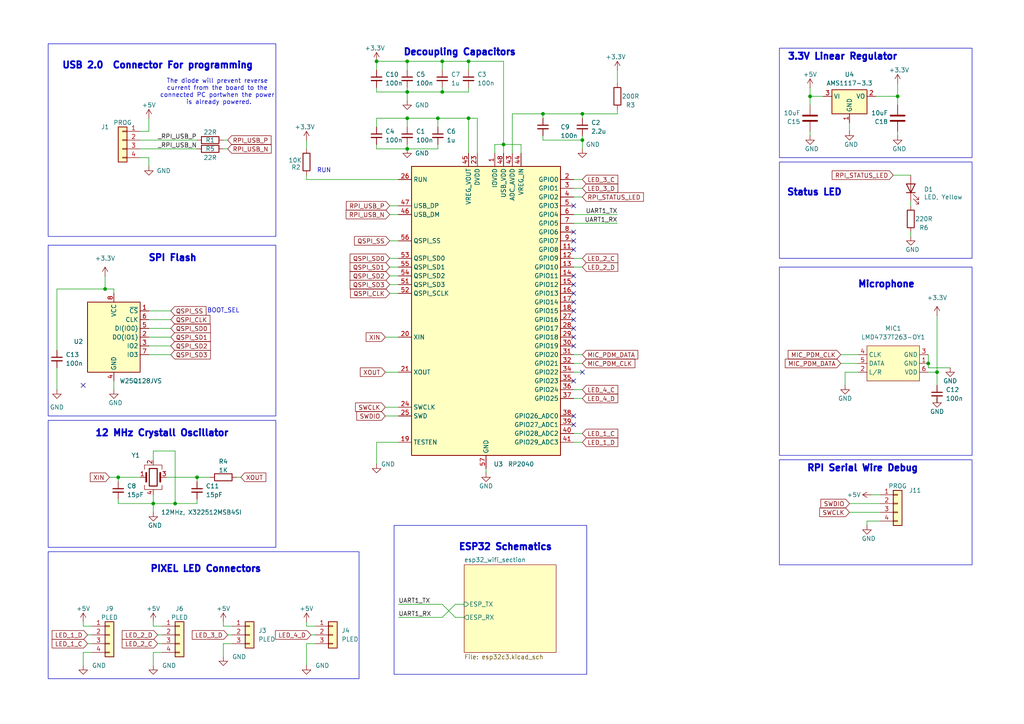
<source format=kicad_sch>
(kicad_sch (version 20231120) (generator "eeschema") (generator_version "8.0")
  (paper "A4")
  (title_block (title "Pixel LED Controller ESP32+RP2040") (date "2024-09-10") (rev "2"))
  (lib_symbols
    (symbol "Connector_Generic:Conn_01x03" (pin_names (offset 1.016) hide)
      (property "Reference" "J" (at 0 5.08 0))
      (property "Value" "Conn_01x03" (at 0 -5.08 0))
      (symbol "Conn_01x03_1_1"
        (pin passive line (at -5.08 2.54 0) (length 3.81) (name "Pin_1") (number "1"))
        (pin passive line (at -5.08 0 0) (length 3.81) (name "Pin_2") (number "2"))
        (pin passive line (at -5.08 -2.54 0) (length 3.81) (name "Pin_3") (number "3"))
      )
    )
    (symbol "Connector_Generic:Conn_01x04" (pin_names (offset 1.016) hide)
      (property "Reference" "J" (at 0 5.08 0))
      (property "Value" "Conn_01x04" (at 0 -7.62 0))
      (symbol "Conn_01x04_1_1"
        (pin passive line (at -5.08 2.54 0) (length 3.81) (name "Pin_1") (number "1"))
        (pin passive line (at -5.08 0 0) (length 3.81) (name "Pin_2") (number "2"))
        (pin passive line (at -5.08 -2.54 0) (length 3.81) (name "Pin_3") (number "3"))
        (pin passive line (at -5.08 -5.08 0) (length 3.81) (name "Pin_4") (number "4"))
      )
    )
    (symbol "Device:C" (pin_numbers hide) (pin_names (offset 0.254))
      (property "Reference" "C" (at 0.635 2.54 0))
      (property "Value" "C" (at 0.635 -2.54 0))
      (symbol "C_1_1"
        (pin passive line (at 0 3.81 270) (length 2.794) (name "~") (number "1"))
        (pin passive line (at 0 -3.81 90) (length 2.794) (name "~") (number "2"))
      )
    )
    (symbol "Device:C_Small" (pin_numbers hide) (pin_names (offset 0.254) hide)
      (property "Reference" "C" (at 0.254 1.778 0))
      (property "Value" "C_Small" (at 0.254 -2.032 0))
      (symbol "C_Small_1_1"
        (pin passive line (at 0 2.54 270) (length 2.032) (name "~") (number "1"))
        (pin passive line (at 0 -2.54 90) (length 2.032) (name "~") (number "2"))
      )
    )
    (symbol "Device:Crystal_GND24" (pin_names (offset 1.016) hide)
      (property "Reference" "Y" (at 3.175 5.08 0))
      (property "Value" "Crystal_GND24" (at 3.175 3.175 0))
      (symbol "Crystal_GND24_1_1"
        (pin passive line (at -3.81 0 0) (length 1.27) (name "1") (number "1"))
        (pin passive line (at 0 5.08 270) (length 1.27) (name "2") (number "2"))
        (pin passive line (at 3.81 0 180) (length 1.27) (name "3") (number "3"))
        (pin passive line (at 0 -5.08 90) (length 1.27) (name "4") (number "4"))
      )
    )
    (symbol "Device:LED" (pin_numbers hide) (pin_names (offset 1.016) hide)
      (property "Reference" "D" (at 0 2.54 0))
      (property "Value" "LED" (at 0 -2.54 0))
      (symbol "LED_1_1"
        (pin passive line (at -3.81 0 0) (length 2.54) (name "K") (number "1"))
        (pin passive line (at 3.81 0 180) (length 2.54) (name "A") (number "2"))
      )
    )
    (symbol "Device:R" (pin_numbers hide) (pin_names (offset 0))
      (property "Reference" "R" (at 2.032 0 90))
      (property "Value" "R" (at 0 0 90))
      (symbol "R_1_1"
        (pin passive line (at 0 3.81 270) (length 1.27) (name "~") (number "1"))
        (pin passive line (at 0 -3.81 90) (length 1.27) (name "~") (number "2"))
      )
    )
    (symbol "MCU_RaspberryPi:RP2040"
      (property "Reference" "U" (at 17.78 45.72 0))
      (property "Value" "RP2040" (at 17.78 43.18 0))
      (symbol "RP2040_1_1"
        (pin power_in line (at 2.54 45.72 270) (length 3.81) (name "IOVDD") (number "1"))
        (pin passive line (at 2.54 45.72 270) (length 3.81) hide (name "IOVDD") (number "10"))
        (pin bidirectional line (at 25.4 17.78 180) (length 3.81) (name "GPIO8") (number "11"))
        (pin bidirectional line (at 25.4 15.24 180) (length 3.81) (name "GPIO9") (number "12"))
        (pin bidirectional line (at 25.4 12.7 180) (length 3.81) (name "GPIO10") (number "13"))
        (pin bidirectional line (at 25.4 10.16 180) (length 3.81) (name "GPIO11") (number "14"))
        (pin bidirectional line (at 25.4 7.62 180) (length 3.81) (name "GPIO12") (number "15"))
        (pin bidirectional line (at 25.4 5.08 180) (length 3.81) (name "GPIO13") (number "16"))
        (pin bidirectional line (at 25.4 2.54 180) (length 3.81) (name "GPIO14") (number "17"))
        (pin bidirectional line (at 25.4 0 180) (length 3.81) (name "GPIO15") (number "18"))
        (pin input line (at -25.4 -38.1 0) (length 3.81) (name "TESTEN") (number "19"))
        (pin bidirectional line (at 25.4 38.1 180) (length 3.81) (name "GPIO0") (number "2"))
        (pin input line (at -25.4 -7.62 0) (length 3.81) (name "XIN") (number "20"))
        (pin passive line (at -25.4 -17.78 0) (length 3.81) (name "XOUT") (number "21"))
        (pin passive line (at 2.54 45.72 270) (length 3.81) hide (name "IOVDD") (number "22"))
        (pin power_in line (at -2.54 45.72 270) (length 3.81) (name "DVDD") (number "23"))
        (pin input line (at -25.4 -27.94 0) (length 3.81) (name "SWCLK") (number "24"))
        (pin bidirectional line (at -25.4 -30.48 0) (length 3.81) (name "SWD") (number "25"))
        (pin input line (at -25.4 38.1 0) (length 3.81) (name "RUN") (number "26"))
        (pin bidirectional line (at 25.4 -2.54 180) (length 3.81) (name "GPIO16") (number "27"))
        (pin bidirectional line (at 25.4 -5.08 180) (length 3.81) (name "GPIO17") (number "28"))
        (pin bidirectional line (at 25.4 -7.62 180) (length 3.81) (name "GPIO18") (number "29"))
        (pin bidirectional line (at 25.4 35.56 180) (length 3.81) (name "GPIO1") (number "3"))
        (pin bidirectional line (at 25.4 -10.16 180) (length 3.81) (name "GPIO19") (number "30"))
        (pin bidirectional line (at 25.4 -12.7 180) (length 3.81) (name "GPIO20") (number "31"))
        (pin bidirectional line (at 25.4 -15.24 180) (length 3.81) (name "GPIO21") (number "32"))
        (pin passive line (at 2.54 45.72 270) (length 3.81) hide (name "IOVDD") (number "33"))
        (pin bidirectional line (at 25.4 -17.78 180) (length 3.81) (name "GPIO22") (number "34"))
        (pin bidirectional line (at 25.4 -20.32 180) (length 3.81) (name "GPIO23") (number "35"))
        (pin bidirectional line (at 25.4 -22.86 180) (length 3.81) (name "GPIO24") (number "36"))
        (pin bidirectional line (at 25.4 -25.4 180) (length 3.81) (name "GPIO25") (number "37"))
        (pin bidirectional line (at 25.4 -30.48 180) (length 3.81) (name "GPIO26_ADC0") (number "38"))
        (pin bidirectional line (at 25.4 -33.02 180) (length 3.81) (name "GPIO27_ADC1") (number "39"))
        (pin bidirectional line (at 25.4 33.02 180) (length 3.81) (name "GPIO2") (number "4"))
        (pin bidirectional line (at 25.4 -35.56 180) (length 3.81) (name "GPIO28_ADC2") (number "40"))
        (pin bidirectional line (at 25.4 -38.1 180) (length 3.81) (name "GPIO29_ADC3") (number "41"))
        (pin passive line (at 2.54 45.72 270) (length 3.81) hide (name "IOVDD") (number "42"))
        (pin power_in line (at 7.62 45.72 270) (length 3.81) (name "ADC_AVDD") (number "43"))
        (pin power_in line (at 10.16 45.72 270) (length 3.81) (name "VREG_IN") (number "44"))
        (pin power_out line (at -5.08 45.72 270) (length 3.81) (name "VREG_VOUT") (number "45"))
        (pin bidirectional line (at -25.4 27.94 0) (length 3.81) (name "USB_DM") (number "46"))
        (pin bidirectional line (at -25.4 30.48 0) (length 3.81) (name "USB_DP") (number "47"))
        (pin power_in line (at 5.08 45.72 270) (length 3.81) (name "USB_VDD") (number "48"))
        (pin passive line (at 2.54 45.72 270) (length 3.81) hide (name "IOVDD") (number "49"))
        (pin bidirectional line (at 25.4 30.48 180) (length 3.81) (name "GPIO3") (number "5"))
        (pin passive line (at -2.54 45.72 270) (length 3.81) hide (name "DVDD") (number "50"))
        (pin bidirectional line (at -25.4 7.62 0) (length 3.81) (name "QSPI_SD3") (number "51"))
        (pin output line (at -25.4 5.08 0) (length 3.81) (name "QSPI_SCLK") (number "52"))
        (pin bidirectional line (at -25.4 15.24 0) (length 3.81) (name "QSPI_SD0") (number "53"))
        (pin bidirectional line (at -25.4 10.16 0) (length 3.81) (name "QSPI_SD2") (number "54"))
        (pin bidirectional line (at -25.4 12.7 0) (length 3.81) (name "QSPI_SD1") (number "55"))
        (pin bidirectional line (at -25.4 20.32 0) (length 3.81) (name "QSPI_SS") (number "56"))
        (pin power_in line (at 0 -45.72 90) (length 3.81) (name "GND") (number "57"))
        (pin bidirectional line (at 25.4 27.94 180) (length 3.81) (name "GPIO4") (number "6"))
        (pin bidirectional line (at 25.4 25.4 180) (length 3.81) (name "GPIO5") (number "7"))
        (pin bidirectional line (at 25.4 22.86 180) (length 3.81) (name "GPIO6") (number "8"))
        (pin bidirectional line (at 25.4 20.32 180) (length 3.81) (name "GPIO7") (number "9"))
      )
    )
    (symbol "Memory_Flash:W25Q128JVS"
      (property "Reference" "U" (at -8.89 8.89 0))
      (property "Value" "W25Q128JVS" (at 7.62 8.89 0))
      (symbol "W25Q128JVS_1_1"
        (pin input line (at -10.16 7.62 0) (length 2.54) (name "~{CS}") (number "1"))
        (pin bidirectional line (at -10.16 0 0) (length 2.54) (name "DO(IO1)") (number "2"))
        (pin bidirectional line (at -10.16 -2.54 0) (length 2.54) (name "IO2") (number "3"))
        (pin power_in line (at 0 -12.7 90) (length 2.54) (name "GND") (number "4"))
        (pin bidirectional line (at -10.16 2.54 0) (length 2.54) (name "DI(IO0)") (number "5"))
        (pin input line (at -10.16 5.08 0) (length 2.54) (name "CLK") (number "6"))
        (pin bidirectional line (at -10.16 -5.08 0) (length 2.54) (name "IO3") (number "7"))
        (pin power_in line (at 0 12.7 270) (length 2.54) (name "VCC") (number "8"))
      )
    )
    (symbol "Regulator_Linear:AMS1117-3.3"
      (property "Reference" "U" (at -3.81 3.175 0))
      (property "Value" "AMS1117-3.3" (at 0 3.175 0))
      (symbol "AMS1117-3.3_1_1"
        (pin power_in line (at 0 -7.62 90) (length 2.54) (name "GND") (number "1"))
        (pin power_out line (at 7.62 0 180) (length 2.54) (name "VO") (number "2"))
        (pin power_in line (at -7.62 0 0) (length 2.54) (name "VI") (number "3"))
      )
    )
    (symbol "easyeda2kicad:LMD4737T263-OY1"
      (property "Reference" "MIC" (at 0 7.62 0))
      (property "Value" "LMD4737T263-OY1" (at 0 -7.62 0))
      (symbol "LMD4737T263-OY1_0_1"
        (pin unspecified line (at -10.16 0 0) (length 2.54) (name "GND") (number "1"))
        (pin unspecified line (at 10.16 2.54 180) (length 2.54) (name "L/R") (number "2"))
        (pin unspecified line (at -10.16 -2.54 0) (length 2.54) (name "GND") (number "3"))
        (pin unspecified line (at 10.16 -2.54 180) (length 2.54) (name "CLK") (number "4"))
        (pin unspecified line (at 10.16 0 180) (length 2.54) (name "DATA") (number "5"))
        (pin unspecified line (at -10.16 2.54 0) (length 2.54) (name "VDD") (number "6"))
      )
    )
    (symbol "power:+3.3V" (power) (pin_numbers hide) (pin_names (offset 0) hide)
      (property "Value" "+3.3V" (at 0 3.556 0))
      (symbol "+3.3V_1_1"
        (pin power_in line (at 0 0 90) (length 0) (name "~") (number "1"))
      )
    )
    (symbol "power:+5V" (power) (pin_numbers hide) (pin_names (offset 0) hide)
      (property "Value" "+5V" (at 0 3.556 0))
      (symbol "+5V_1_1"
        (pin power_in line (at 0 0 90) (length 0) (name "~") (number "1"))
      )
    )
    (symbol "power:GND" (power) (pin_numbers hide) (pin_names (offset 0) hide)
      (property "Value" "GND" (at 0 -3.81 0))
      (symbol "GND_1_1"
        (pin power_in line (at 0 0 270) (length 0) (name "~") (number "1"))
      )
    )
  )
  (junction (at 118.11 26.67))
  (junction (at 118.11 34.29))
  (junction (at 128.27 26.67))
  (junction (at 118.11 17.78))
  (junction (at 271.78 107.95))
  (junction (at 50.8 146.05))
  (junction (at 146.05 41.91))
  (junction (at 109.22 17.78))
  (junction (at 127 34.29))
  (junction (at 135.89 17.78))
  (junction (at 44.45 146.05))
  (junction (at 168.91 40.64))
  (junction (at 234.95 27.94))
  (junction (at 118.11 43.18))
  (junction (at 30.48 83.82))
  (junction (at 168.91 33.02))
  (junction (at 157.48 33.02))
  (junction (at 57.15 138.43))
  (junction (at 269.24 105.41))
  (junction (at 34.29 138.43))
  (junction (at 135.89 34.29))
  (junction (at 260.35 27.94))
  (junction (at 128.27 17.78))
  (no_connect (at 166.37 100.33))
  (no_connect (at 166.37 85.09))
  (no_connect (at 166.37 59.69))
  (no_connect (at 24.13 111.76))
  (no_connect (at 166.37 110.49))
  (no_connect (at 166.37 82.55))
  (no_connect (at 166.37 90.17))
  (no_connect (at 166.37 95.25))
  (no_connect (at 168.91 107.95))
  (no_connect (at 166.37 123.19))
  (no_connect (at 166.37 80.01))
  (no_connect (at 166.37 120.65))
  (no_connect (at 166.37 72.39))
  (no_connect (at 166.37 92.71))
  (no_connect (at 166.37 87.63))
  (no_connect (at 166.37 97.79))
  (no_connect (at 166.37 69.85))
  (no_connect (at 166.37 67.31))
  (wire (pts (xy 118.11 34.29) (xy 118.11 36.83)))
  (wire (pts (xy 271.78 107.95) (xy 271.78 111.76)))
  (wire (pts (xy 44.45 133.35) (xy 44.45 130.81)))
  (wire (pts (xy 166.37 74.93) (xy 168.91 74.93)))
  (wire (pts (xy 168.91 107.95) (xy 166.37 107.95)))
  (wire (pts (xy 111.76 118.11) (xy 115.57 118.11)))
  (wire (pts (xy 179.07 20.32) (xy 179.07 24.13)))
  (wire (pts (xy 140.97 137.16) (xy 140.97 135.89)))
  (wire (pts (xy 109.22 34.29) (xy 118.11 34.29)))
  (wire (pts (xy 115.57 175.26) (xy 128.27 175.26)))
  (wire (pts (xy 34.29 139.7) (xy 34.29 138.43)))
  (wire (pts (xy 243.84 105.41) (xy 248.92 105.41)))
  (wire (pts (xy 90.17 184.15) (xy 91.44 184.15)))
  (wire (pts (xy 166.37 115.57) (xy 168.91 115.57)))
  (wire (pts (xy 260.35 27.94) (xy 260.35 30.48)))
  (wire (pts (xy 44.45 143.51) (xy 44.45 146.05)))
  (wire (pts (xy 118.11 26.67) (xy 118.11 29.21)))
  (wire (pts (xy 146.05 41.91) (xy 151.13 41.91)))
  (wire (pts (xy 234.95 25.4) (xy 234.95 27.94)))
  (wire (pts (xy 132.08 179.07) (xy 134.62 179.07)))
  (wire (pts (xy 118.11 25.4) (xy 118.11 26.67)))
  (wire (pts (xy 64.77 186.69) (xy 64.77 190.5)))
  (wire (pts (xy 166.37 64.77) (xy 179.07 64.77)))
  (wire (pts (xy 109.22 17.78) (xy 118.11 17.78)))
  (wire (pts (xy 135.89 17.78) (xy 146.05 17.78)))
  (wire (pts (xy 64.77 181.61) (xy 67.31 181.61)))
  (wire (pts (xy 168.91 39.37) (xy 168.91 40.64)))
  (wire (pts (xy 128.27 17.78) (xy 135.89 17.78)))
  (wire (pts (xy 127 43.18) (xy 127 41.91)))
  (wire (pts (xy 245.11 111.76) (xy 245.11 107.95)))
  (wire (pts (xy 57.15 138.43) (xy 60.96 138.43)))
  (wire (pts (xy 168.91 33.02) (xy 179.07 33.02)))
  (wire (pts (xy 43.18 102.87) (xy 49.53 102.87)))
  (wire (pts (xy 127 34.29) (xy 127 36.83)))
  (wire (pts (xy 109.22 134.62) (xy 109.22 128.27)))
  (wire (pts (xy 64.77 40.64) (xy 66.04 40.64)))
  (wire (pts (xy 111.76 107.95) (xy 115.57 107.95)))
  (wire (pts (xy 128.27 175.26) (xy 132.08 179.07)))
  (wire (pts (xy 246.38 148.59) (xy 255.27 148.59)))
  (wire (pts (xy 44.45 189.23) (xy 44.45 193.04)))
  (wire (pts (xy 135.89 34.29) (xy 135.89 44.45)))
  (wire (pts (xy 88.9 181.61) (xy 91.44 181.61)))
  (wire (pts (xy 146.05 41.91) (xy 146.05 44.45)))
  (wire (pts (xy 143.51 41.91) (xy 143.51 44.45)))
  (wire (pts (xy 166.37 77.47) (xy 168.91 77.47)))
  (wire (pts (xy 33.02 110.49) (xy 33.02 113.03)))
  (wire (pts (xy 34.29 146.05) (xy 44.45 146.05)))
  (wire (pts (xy 43.18 90.17) (xy 49.53 90.17)))
  (wire (pts (xy 88.9 50.8) (xy 88.9 52.07)))
  (wire (pts (xy 113.03 82.55) (xy 115.57 82.55)))
  (wire (pts (xy 44.45 181.61) (xy 46.99 181.61)))
  (wire (pts (xy 118.11 26.67) (xy 128.27 26.67)))
  (wire (pts (xy 113.03 59.69) (xy 115.57 59.69)))
  (wire (pts (xy 64.77 180.34) (xy 64.77 181.61)))
  (wire (pts (xy 68.58 138.43) (xy 69.85 138.43)))
  (wire (pts (xy 43.18 48.26) (xy 43.18 45.72)))
  (wire (pts (xy 264.16 58.42) (xy 264.16 59.69)))
  (wire (pts (xy 118.11 43.18) (xy 127 43.18)))
  (wire (pts (xy 88.9 186.69) (xy 88.9 193.04)))
  (wire (pts (xy 43.18 34.29) (xy 43.18 38.1)))
  (wire (pts (xy 260.35 24.13) (xy 260.35 27.94)))
  (wire (pts (xy 179.07 31.75) (xy 179.07 33.02)))
  (wire (pts (xy 113.03 80.01) (xy 115.57 80.01)))
  (wire (pts (xy 132.08 175.26) (xy 134.62 175.26)))
  (wire (pts (xy 34.29 138.43) (xy 40.64 138.43)))
  (wire (pts (xy 88.9 180.34) (xy 88.9 181.61)))
  (wire (pts (xy 33.02 83.82) (xy 30.48 83.82)))
  (wire (pts (xy 254 27.94) (xy 260.35 27.94)))
  (wire (pts (xy 66.04 184.15) (xy 67.31 184.15)))
  (wire (pts (xy 115.57 179.07) (xy 128.27 179.07)))
  (wire (pts (xy 43.18 97.79) (xy 49.53 97.79)))
  (wire (pts (xy 148.59 33.02) (xy 157.48 33.02)))
  (wire (pts (xy 24.13 180.34) (xy 24.13 181.61)))
  (wire (pts (xy 16.51 83.82) (xy 30.48 83.82)))
  (wire (pts (xy 135.89 26.67) (xy 128.27 26.67)))
  (wire (pts (xy 166.37 102.87) (xy 168.91 102.87)))
  (wire (pts (xy 57.15 138.43) (xy 48.26 138.43)))
  (wire (pts (xy 64.77 43.18) (xy 66.04 43.18)))
  (wire (pts (xy 166.37 113.03) (xy 168.91 113.03)))
  (wire (pts (xy 168.91 40.64) (xy 168.91 43.18)))
  (wire (pts (xy 113.03 77.47) (xy 115.57 77.47)))
  (wire (pts (xy 269.24 107.95) (xy 271.78 107.95)))
  (wire (pts (xy 45.72 184.15) (xy 46.99 184.15)))
  (wire (pts (xy 111.76 120.65) (xy 115.57 120.65)))
  (wire (pts (xy 25.4 184.15) (xy 26.67 184.15)))
  (wire (pts (xy 40.64 43.18) (xy 57.15 43.18)))
  (wire (pts (xy 111.76 97.79) (xy 115.57 97.79)))
  (wire (pts (xy 166.37 125.73) (xy 168.91 125.73)))
  (wire (pts (xy 34.29 144.78) (xy 34.29 146.05)))
  (wire (pts (xy 25.4 186.69) (xy 26.67 186.69)))
  (wire (pts (xy 40.64 40.64) (xy 57.15 40.64)))
  (wire (pts (xy 44.45 146.05) (xy 44.45 148.59)))
  (wire (pts (xy 40.64 45.72) (xy 43.18 45.72)))
  (wire (pts (xy 243.84 102.87) (xy 248.92 102.87)))
  (wire (pts (xy 88.9 43.18) (xy 88.9 40.64)))
  (wire (pts (xy 24.13 189.23) (xy 26.67 189.23)))
  (wire (pts (xy 31.75 138.43) (xy 34.29 138.43)))
  (wire (pts (xy 118.11 17.78) (xy 118.11 20.32)))
  (wire (pts (xy 157.48 39.37) (xy 157.48 40.64)))
  (wire (pts (xy 157.48 33.02) (xy 157.48 34.29)))
  (wire (pts (xy 259.08 50.8) (xy 264.16 50.8)))
  (wire (pts (xy 166.37 128.27) (xy 168.91 128.27)))
  (wire (pts (xy 245.11 107.95) (xy 248.92 107.95)))
  (wire (pts (xy 50.8 146.05) (xy 57.15 146.05)))
  (wire (pts (xy 24.13 189.23) (xy 24.13 193.04)))
  (wire (pts (xy 118.11 41.91) (xy 118.11 43.18)))
  (wire (pts (xy 138.43 34.29) (xy 138.43 44.45)))
  (wire (pts (xy 44.45 130.81) (xy 50.8 130.81)))
  (wire (pts (xy 143.51 41.91) (xy 146.05 41.91)))
  (wire (pts (xy 234.95 38.1) (xy 234.95 39.37)))
  (wire (pts (xy 109.22 26.67) (xy 118.11 26.67)))
  (wire (pts (xy 260.35 39.37) (xy 260.35 38.1)))
  (wire (pts (xy 234.95 30.48) (xy 234.95 27.94)))
  (wire (pts (xy 246.38 35.56) (xy 246.38 38.1)))
  (wire (pts (xy 166.37 62.23) (xy 179.07 62.23)))
  (wire (pts (xy 57.15 144.78) (xy 57.15 146.05)))
  (wire (pts (xy 16.51 106.68) (xy 16.51 113.03)))
  (wire (pts (xy 45.72 186.69) (xy 46.99 186.69)))
  (wire (pts (xy 50.8 146.05) (xy 44.45 146.05)))
  (wire (pts (xy 157.48 40.64) (xy 168.91 40.64)))
  (wire (pts (xy 24.13 181.61) (xy 26.67 181.61)))
  (wire (pts (xy 166.37 52.07) (xy 168.91 52.07)))
  (wire (pts (xy 109.22 20.32) (xy 109.22 17.78)))
  (wire (pts (xy 168.91 57.15) (xy 166.37 57.15)))
  (wire (pts (xy 246.38 146.05) (xy 255.27 146.05)))
  (wire (pts (xy 50.8 130.81) (xy 50.8 146.05)))
  (wire (pts (xy 264.16 68.58) (xy 264.16 67.31)))
  (wire (pts (xy 234.95 27.94) (xy 238.76 27.94)))
  (wire (pts (xy 113.03 85.09) (xy 115.57 85.09)))
  (wire (pts (xy 127 34.29) (xy 135.89 34.29)))
  (wire (pts (xy 135.89 25.4) (xy 135.89 26.67)))
  (wire (pts (xy 44.45 189.23) (xy 46.99 189.23)))
  (wire (pts (xy 88.9 52.07) (xy 115.57 52.07)))
  (wire (pts (xy 166.37 105.41) (xy 168.91 105.41)))
  (wire (pts (xy 271.78 91.44) (xy 271.78 107.95)))
  (wire (pts (xy 109.22 25.4) (xy 109.22 26.67)))
  (wire (pts (xy 113.03 62.23) (xy 115.57 62.23)))
  (wire (pts (xy 251.46 151.13) (xy 255.27 151.13)))
  (wire (pts (xy 128.27 179.07) (xy 132.08 175.26)))
  (wire (pts (xy 135.89 34.29) (xy 138.43 34.29)))
  (wire (pts (xy 16.51 101.6) (xy 16.51 83.82)))
  (wire (pts (xy 157.48 33.02) (xy 168.91 33.02)))
  (wire (pts (xy 109.22 36.83) (xy 109.22 34.29)))
  (wire (pts (xy 43.18 95.25) (xy 49.53 95.25)))
  (wire (pts (xy 64.77 186.69) (xy 67.31 186.69)))
  (wire (pts (xy 128.27 17.78) (xy 128.27 20.32)))
  (wire (pts (xy 118.11 34.29) (xy 127 34.29)))
  (wire (pts (xy 128.27 25.4) (xy 128.27 26.67)))
  (wire (pts (xy 269.24 106.68) (xy 269.24 105.41)))
  (wire (pts (xy 40.64 38.1) (xy 43.18 38.1)))
  (wire (pts (xy 88.9 186.69) (xy 91.44 186.69)))
  (wire (pts (xy 109.22 41.91) (xy 109.22 43.18)))
  (wire (pts (xy 113.03 74.93) (xy 115.57 74.93)))
  (wire (pts (xy 135.89 17.78) (xy 135.89 20.32)))
  (wire (pts (xy 33.02 83.82) (xy 33.02 85.09)))
  (wire (pts (xy 43.18 100.33) (xy 49.53 100.33)))
  (wire (pts (xy 109.22 128.27) (xy 115.57 128.27)))
  (wire (pts (xy 168.91 34.29) (xy 168.91 33.02)))
  (wire (pts (xy 271.78 115.57) (xy 271.78 116.84)))
  (wire (pts (xy 109.22 43.18) (xy 118.11 43.18)))
  (wire (pts (xy 43.18 92.71) (xy 49.53 92.71)))
  (wire (pts (xy 44.45 180.34) (xy 44.45 181.61)))
  (wire (pts (xy 30.48 80.01) (xy 30.48 83.82)))
  (wire (pts (xy 252.73 143.51) (xy 255.27 143.51)))
  (wire (pts (xy 166.37 54.61) (xy 168.91 54.61)))
  (wire (pts (xy 113.03 69.85) (xy 115.57 69.85)))
  (wire (pts (xy 146.05 17.78) (xy 146.05 41.91)))
  (wire (pts (xy 118.11 17.78) (xy 128.27 17.78)))
  (wire (pts (xy 57.15 139.7) (xy 57.15 138.43)))
  (wire (pts (xy 148.59 33.02) (xy 148.59 44.45)))
  (wire (pts (xy 269.24 102.87) (xy 269.24 105.41)))
  (wire (pts (xy 151.13 44.45) (xy 151.13 41.91)))
  (wire (pts (xy 251.46 151.13) (xy 251.46 152.4)))
  (wire (pts (xy 275.59 106.68) (xy 269.24 106.68)))
  (rectangle (start 13.97 71.12) (end 80.01 120.65))
  (rectangle (start 13.97 160.02) (end 104.14 196.85))
  (rectangle (start 226.06 133.35) (end 281.94 163.83))
  (rectangle (start 226.06 77.47) (end 281.94 132.08))
  (rectangle (start 13.97 12.7) (end 80.01 68.58))
  (rectangle (start 226.06 13.97) (end 281.94 45.72))
  (rectangle (start 114.3 152.4) (end 170.18 195.58))
  (rectangle (start 13.97 121.92) (end 80.01 158.75))
  (rectangle (start 226.06 46.99) (end 281.94 74.93))
  (text "3.3V Linear Regulator " (at 245.11 16.51 0) (effects (font (size 1.905 1.905) (thickness 0.6096) (bold yes))))
  (text "Microphone " (at 257.81 82.55 0) (effects (font (size 1.905 1.905) (thickness 0.6096) (bold yes))))
  (text "SPI Flash " (at 50.8 74.93 0) (effects (font (size 1.905 1.905) (thickness 0.6096) (bold yes))))
  (text "RPI Serial Wire Debug" (at 250.19 135.89 0) (effects (font (size 1.905 1.905) (thickness 0.6096) (bold yes))))
  (text "Decoupling Capacitors" (at 133.35 15.24 0) (effects (font (size 1.905 1.905) (thickness 0.6096) (bold yes))))
  (text "12 MHz Crystall Oscillator" (at 46.99 125.73 0) (effects (font (size 1.905 1.905) (thickness 0.6096) (bold yes))))
  (text "RUN" (at 93.98 49.53 0) (effects (font (size 1.27 1.27))))
  (text "The diode will prevent reverse \ncurrent from the board to the \nconnected PC portwhen the power \nis already powered." (at 63.5 26.67 0) (effects (font (size 1.27 1.27))))
  (text "PIXEL LED Connectors" (at 59.69 165.1 0) (effects (font (size 1.905 1.905) (thickness 0.6096) (bold yes))))
  (text "USB 2.0  Connector For programming" (at 45.72 19.05 0) (effects (font (size 1.905 1.905) (thickness 0.6096) (bold yes))))
  (text "BOOT_SEL" (at 64.77 90.17 0) (effects (font (size 1.27 1.27))))
  (text "Status LED" (at 236.22 55.88 0) (effects (font (size 1.905 1.905) (thickness 0.6096) (bold yes))))
  (text "ESP32 Schematics " (at 147.32 158.75 0) (effects (font (size 1.905 1.905) (thickness 0.6096) (bold yes))))
  (label "UART1_TX" (at 115.57 175.26 0))
  (label "UART1_RX" (at 179.07 64.77 180))
  (label "UART1_RX" (at 115.57 179.07 0))
  (label "_RPI_USB_P" (at 45.72 40.64 0))
  (label "UART1_TX" (at 179.07 62.23 180))
  (label "_RPI_USB_N" (at 45.72 43.18 0))
  (global_label "QSPI_SD2" (shape input) (at 113.03 80.01 180) (property "Intersheetrefs" "${INTERSHEET_REFS}" (effects (hide yes))))
  (global_label "LED_1_D" (shape input) (at 168.91 128.27 0) (property "Intersheetrefs" "${INTERSHEET_REFS}" (effects (hide yes))))
  (global_label "MIC_PDM_CLK" (shape input) (at 243.84 102.87 180) (property "Intersheetrefs" "${INTERSHEET_REFS}" (effects (hide yes))))
  (global_label "SWDIO" (shape input) (at 246.38 146.05 180) (property "Intersheetrefs" "${INTERSHEET_REFS}" (effects (hide yes))))
  (global_label "QSPI_SS" (shape input) (at 49.53 90.17 0) (property "Intersheetrefs" "${INTERSHEET_REFS}" (effects (hide yes))))
  (global_label "XOUT" (shape input) (at 69.85 138.43 0) (property "Intersheetrefs" "${INTERSHEET_REFS}" (effects (hide yes))))
  (global_label "LED_4_D" (shape input) (at 168.91 115.57 0) (property "Intersheetrefs" "${INTERSHEET_REFS}" (effects (hide yes))))
  (global_label "LED_1_C" (shape input) (at 168.91 125.73 0) (property "Intersheetrefs" "${INTERSHEET_REFS}" (effects (hide yes))))
  (global_label "RPI_USB_N" (shape input) (at 113.03 62.23 180) (property "Intersheetrefs" "${INTERSHEET_REFS}" (effects (hide yes))))
  (global_label "MIC_PDM_CLK" (shape input) (at 168.91 105.41 0) (property "Intersheetrefs" "${INTERSHEET_REFS}" (effects (hide yes))))
  (global_label "RPI_USB_N" (shape input) (at 66.04 43.18 0) (property "Intersheetrefs" "${INTERSHEET_REFS}" (effects (hide yes))))
  (global_label "QSPI_SS" (shape input) (at 113.03 69.85 180) (property "Intersheetrefs" "${INTERSHEET_REFS}" (effects (hide yes))))
  (global_label "SWCLK" (shape input) (at 111.76 118.11 180) (property "Intersheetrefs" "${INTERSHEET_REFS}" (effects (hide yes))))
  (global_label "QSPI_SD1" (shape input) (at 49.53 97.79 0) (property "Intersheetrefs" "${INTERSHEET_REFS}" (effects (hide yes))))
  (global_label "XIN" (shape input) (at 31.75 138.43 180) (property "Intersheetrefs" "${INTERSHEET_REFS}" (effects (hide yes))))
  (global_label "RPI_USB_P" (shape input) (at 113.03 59.69 180) (property "Intersheetrefs" "${INTERSHEET_REFS}" (effects (hide yes))))
  (global_label "RPI_USB_P" (shape input) (at 66.04 40.64 0) (property "Intersheetrefs" "${INTERSHEET_REFS}" (effects (hide yes))))
  (global_label "MIC_PDM_DATA" (shape input) (at 168.91 102.87 0) (property "Intersheetrefs" "${INTERSHEET_REFS}" (effects (hide yes))))
  (global_label "QSPI_SD1" (shape input) (at 113.03 77.47 180) (property "Intersheetrefs" "${INTERSHEET_REFS}" (effects (hide yes))))
  (global_label "LED_4_D" (shape input) (at 90.17 184.15 180) (property "Intersheetrefs" "${INTERSHEET_REFS}" (effects (hide yes))))
  (global_label "LED_2_D" (shape input) (at 45.72 184.15 180) (property "Intersheetrefs" "${INTERSHEET_REFS}" (effects (hide yes))))
  (global_label "QSPI_CLK" (shape input) (at 49.53 92.71 0) (property "Intersheetrefs" "${INTERSHEET_REFS}" (effects (hide yes))))
  (global_label "SWCLK" (shape input) (at 246.38 148.59 180) (property "Intersheetrefs" "${INTERSHEET_REFS}" (effects (hide yes))))
  (global_label "LED_2_C" (shape input) (at 45.72 186.69 180) (property "Intersheetrefs" "${INTERSHEET_REFS}" (effects (hide yes))))
  (global_label "XOUT" (shape input) (at 111.76 107.95 180) (property "Intersheetrefs" "${INTERSHEET_REFS}" (effects (hide yes))))
  (global_label "LED_3_D" (shape input) (at 168.91 54.61 0) (property "Intersheetrefs" "${INTERSHEET_REFS}" (effects (hide yes))))
  (global_label "QSPI_SD0" (shape input) (at 49.53 95.25 0) (property "Intersheetrefs" "${INTERSHEET_REFS}" (effects (hide yes))))
  (global_label "SWDIO" (shape input) (at 111.76 120.65 180) (property "Intersheetrefs" "${INTERSHEET_REFS}" (effects (hide yes))))
  (global_label "LED_2_D" (shape input) (at 168.91 77.47 0) (property "Intersheetrefs" "${INTERSHEET_REFS}" (effects (hide yes))))
  (global_label "XIN" (shape input) (at 111.76 97.79 180) (property "Intersheetrefs" "${INTERSHEET_REFS}" (effects (hide yes))))
  (global_label "RPI_STATUS_LED" (shape input) (at 259.08 50.8 180) (property "Intersheetrefs" "${INTERSHEET_REFS}" (effects (hide yes))))
  (global_label "RPI_STATUS_LED" (shape input) (at 168.91 57.15 0) (property "Intersheetrefs" "${INTERSHEET_REFS}" (effects (hide yes))))
  (global_label "MIC_PDM_DATA" (shape input) (at 243.84 105.41 180) (property "Intersheetrefs" "${INTERSHEET_REFS}" (effects (hide yes))))
  (global_label "LED_1_D" (shape input) (at 25.4 184.15 180) (property "Intersheetrefs" "${INTERSHEET_REFS}" (effects (hide yes))))
  (global_label "LED_2_C" (shape input) (at 168.91 74.93 0) (property "Intersheetrefs" "${INTERSHEET_REFS}" (effects (hide yes))))
  (global_label "LED_1_C" (shape input) (at 25.4 186.69 180) (property "Intersheetrefs" "${INTERSHEET_REFS}" (effects (hide yes))))
  (global_label "LED_3_C" (shape input) (at 168.91 52.07 0) (property "Intersheetrefs" "${INTERSHEET_REFS}" (effects (hide yes))))
  (global_label "QSPI_SD3" (shape input) (at 113.03 82.55 180) (property "Intersheetrefs" "${INTERSHEET_REFS}" (effects (hide yes))))
  (global_label "QSPI_SD3" (shape input) (at 49.53 102.87 0) (property "Intersheetrefs" "${INTERSHEET_REFS}" (effects (hide yes))))
  (global_label "QSPI_SD0" (shape input) (at 113.03 74.93 180) (property "Intersheetrefs" "${INTERSHEET_REFS}" (effects (hide yes))))
  (global_label "QSPI_SD2" (shape input) (at 49.53 100.33 0) (property "Intersheetrefs" "${INTERSHEET_REFS}" (effects (hide yes))))
  (global_label "LED_3_D" (shape input) (at 66.04 184.15 180) (property "Intersheetrefs" "${INTERSHEET_REFS}" (effects (hide yes))))
  (global_label "QSPI_CLK" (shape input) (at 113.03 85.09 180) (property "Intersheetrefs" "${INTERSHEET_REFS}" (effects (hide yes))))
  (global_label "LED_4_C" (shape input) (at 168.91 113.03 0) (property "Intersheetrefs" "${INTERSHEET_REFS}" (effects (hide yes))))
  (symbol (lib_id "power:GND") (at 245.11 111.76 0) (mirror y) (unit 1)
    (property "Reference" "#PWR010" (effects (hide yes)))
    (property "Value" "GND" (at 245.11 115.57 0))
    (property "Description" "Power symbol creates a global label with name \"GND\" , ground" (effects (hide yes)))
  )
  (symbol (lib_id "power:+3.3V") (at 30.48 80.01 0) (unit 1)
    (property "Reference" "#PWR04" (effects (hide yes)))
    (property "Value" "+3.3V" (at 30.48 74.93 0))
    (property "Description" "Power symbol creates a global label with name \"+3.3V\"" (effects (hide yes)))
  )
  (symbol (lib_id "power:+5V") (at 24.13 180.34 0) (unit 1)
    (property "Reference" "#PWR01" (effects (hide yes)))
    (property "Value" "+5V" (at 24.13 176.53 0))
    (property "Description" "Power symbol creates a global label with name \"+5V\"" (effects (hide yes)))
  )
  (symbol (lib_id "power:GND") (at 44.45 148.59 0) (unit 1)
    (property "Reference" "#PWR011" (effects (hide yes)))
    (property "Value" "GND" (at 46.99 152.4 0) (effects (justify right)))
    (property "Description" "Power symbol creates a global label with name \"GND\" , ground" (effects (hide yes)))
  )
  (symbol (lib_id "power:+3.3V") (at 271.78 91.44 0) (mirror y) (unit 1)
    (property "Reference" "#PWR028" (effects (hide yes)))
    (property "Value" "+3.3V" (at 271.78 86.36 0))
    (property "Description" "Power symbol creates a global label with name \"+3.3V\"" (effects (hide yes)))
  )
  (symbol (lib_id "Connector_Generic:Conn_01x03") (at 72.39 184.15 0) (unit 1) (in_bom no)
    (property "Reference" "J3" (at 74.93 182.8799 0) (effects (justify left)))
    (property "Value" "PLED" (at 74.93 185.4199 0) (effects (justify left)))
    (property "Footprint" "External_Library:PIXEL-LED-PAD-3" (effects (hide yes)))
    (property "Description" "Generic connector, single row, 01x03, script generated (kicad-library-utils/schlib/autogen/connector/)" (effects (hide yes)))
  )
  (symbol (lib_id "Device:Crystal_GND24") (at 44.45 138.43 0) (unit 1)
    (property "Reference" "Y1" (at 39.37 132.08 0))
    (property "Value" "12MHz, X322512MSB4SI" (at 58.42 148.59 0))
    (property "Footprint" "Crystal:Crystal_SMD_3225-4Pin_3.2x2.5mm" (effects (hide yes)))
    (property "Datasheet" "https://jlcpcb.com/partdetail/Yxc_CrystalOscillators-X322512MSB4SI/C9002" (effects (hide yes)))
    (property "Description" "Four pin crystal, GND on pins 2 and 4" (effects (hide yes)))
    (property "LCSC Part" "C9002" (effects (hide yes)))
  )
  (symbol (lib_id "Device:C_Small") (at 34.29 142.24 0) (unit 1)
    (property "Reference" "C8" (at 36.83 140.9762 0) (effects (justify left)))
    (property "Value" "15pF" (at 36.83 143.5162 0) (effects (justify left)))
    (property "Footprint" "Capacitor_SMD:C_0402_1005Metric" (effects (hide yes)))
    (property "Datasheet" "https://www.lcsc.com/product-detail/Multilayer-Ceramic-Capacitors-MLCC-SMD-SMT_FH-Guangdong-Fenghua-Advanced-Tech-0402CG150J500NT_C1548.html" (effects (hide yes)))
    (property "Description" "Unpolarized capacitor, small symbol" (effects (hide yes)))
    (property "LCSC Part" "C1548" (effects (hide yes)))
  )
  (symbol (lib_id "Device:C_Small") (at 57.15 142.24 0) (unit 1)
    (property "Reference" "C11" (at 59.69 140.9762 0) (effects (justify left)))
    (property "Value" "15pF" (at 59.69 143.5162 0) (effects (justify left)))
    (property "Footprint" "Capacitor_SMD:C_0402_1005Metric" (effects (hide yes)))
    (property "Datasheet" "https://www.lcsc.com/product-detail/Multilayer-Ceramic-Capacitors-MLCC-SMD-SMT_FH-Guangdong-Fenghua-Advanced-Tech-0402CG150J500NT_C1548.html" (effects (hide yes)))
    (property "Description" "Unpolarized capacitor, small symbol" (effects (hide yes)))
    (property "LCSC Part" "C1548" (effects (hide yes)))
  )
  (symbol (lib_id "Device:C") (at 260.35 34.29 0) (unit 1)
    (property "Reference" "C18" (at 257.556 35.306 0) (effects (justify right)))
    (property "Value" "10uF" (at 257.556 32.766 0) (effects (justify right)))
    (property "Footprint" "Capacitor_SMD:C_0603_1608Metric" (effects (hide yes)))
    (property "Datasheet" "https://jlcpcb.com/partdetail/20411-CL10A106KP8NNNC/C19702" (effects (hide yes)))
    (property "Description" "Unpolarized capacitor" (effects (hide yes)))
    (property "LCSC Part" "C19702" (effects (hide yes)))
  )
  (symbol (lib_id "Device:C_Small") (at 118.11 39.37 0) (unit 1)
    (property "Reference" "C1" (at 120.65 38.1062 0) (effects (justify left)))
    (property "Value" "100n" (at 120.65 40.6462 0) (effects (justify left)))
    (property "Footprint" "Capacitor_SMD:C_0402_1005Metric" (effects (hide yes)))
    (property "Datasheet" "https://www.lcsc.com/product-detail/Multilayer-Ceramic-Capacitors-MLCC-SMD-SMT_Samsung-Electro-Mechanics-CL05B104KO5NNNC_C1525.html" (effects (hide yes)))
    (property "Description" "Unpolarized capacitor, small symbol" (effects (hide yes)))
    (property "LCSC Part" "C1525" (effects (hide yes)))
  )
  (symbol (lib_id "Device:C_Small") (at 271.78 114.3 0) (unit 1)
    (property "Reference" "C12" (at 274.32 113.0362 0) (effects (justify left)))
    (property "Value" "100n" (at 274.32 115.5762 0) (effects (justify left)))
    (property "Footprint" "Capacitor_SMD:C_0402_1005Metric" (effects (hide yes)))
    (property "Datasheet" "https://www.lcsc.com/product-detail/Multilayer-Ceramic-Capacitors-MLCC-SMD-SMT_Samsung-Electro-Mechanics-CL05B104KO5NNNC_C1525.html" (effects (hide yes)))
    (property "Description" "Unpolarized capacitor, small symbol" (effects (hide yes)))
    (property "LCSC Part" "C1525" (effects (hide yes)))
  )
  (symbol (lib_id "power:GND") (at 271.78 115.57 0) (mirror y) (unit 1)
    (property "Reference" "#PWR029" (effects (hide yes)))
    (property "Value" "GND" (at 271.78 119.38 0))
    (property "Description" "Power symbol creates a global label with name \"GND\" , ground" (effects (hide yes)))
  )
  (symbol (lib_id "power:GND") (at 33.02 113.03 0) (unit 1)
    (property "Reference" "#PWR05" (effects (hide yes)))
    (property "Value" "GND" (at 35.56 116.84 0) (effects (justify right)))
    (property "Description" "Power symbol creates a global label with name \"GND\" , ground" (effects (hide yes)))
  )
  (symbol (lib_id "Connector_Generic:Conn_01x04") (at 52.07 184.15 0) (unit 1) (in_bom no)
    (property "Reference" "J6" (at 52.07 176.53 0))
    (property "Value" "PLED" (at 52.07 179.07 0))
    (property "Footprint" "External_Library:PIXEL-LED-PAD-4" (effects (hide yes)))
    (property "Description" "Generic connector, single row, 01x04, script generated (kicad-library-utils/schlib/autogen/connector/)" (effects (hide yes)))
  )
  (symbol (lib_id "MCU_RaspberryPi:RP2040") (at 140.97 90.17 0) (unit 1)
    (property "Reference" "U3" (at 143.1641 134.62 0) (effects (justify left)))
    (property "Value" "RP2040" (at 147.32 134.62 0) (effects (justify left)))
    (property "Footprint" "Package_DFN_QFN:QFN-56-1EP_7x7mm_P0.4mm_EP3.2x3.2mm" (effects (hide yes)))
    (property "Datasheet" "https://datasheets.raspberrypi.com/rp2040/rp2040-datasheet.pdf" (effects (hide yes)))
    (property "Description" "A microcontroller by Raspberry Pi" (effects (hide yes)))
    (property "LCSC Part" "C2040" (effects (hide yes)))
  )
  (symbol (lib_id "Device:LED") (at 264.16 54.61 90) (unit 1)
    (property "Reference" "D1" (at 267.97 54.9274 90) (effects (justify right)))
    (property "Value" "LED, Yellow" (at 267.97 57.15 90) (effects (justify right)))
    (property "Footprint" "LED_SMD:LED_0603_1608Metric" (effects (hide yes)))
    (property "Datasheet" "https://jlcpcb.com/partdetail/73147-19_213_Y2C_CQ2R2L_3T_CY/C72038" (effects (hide yes)))
    (property "Description" "Light emitting diode" (effects (hide yes)))
    (property "LCSC Part" "C72038" (effects (hide yes)))
  )
  (symbol (lib_id "Device:R") (at 88.9 46.99 0) (unit 1)
    (property "Reference" "R2" (at 85.852 48.514 0))
    (property "Value" "10K" (at 85.598 46.482 0))
    (property "Footprint" "Resistor_SMD:R_0402_1005Metric" (effects (hide yes)))
    (property "Datasheet" "https://www.lcsc.com/product-detail/Chip-Resistor-Surface-Mount_UNI-ROYAL-Uniroyal-Elec-0402WGF1002TCE_C25744.html" (effects (hide yes)))
    (property "Description" "Resistor" (effects (hide yes)))
    (property "LCSC Part" "C25744" (effects (hide yes)))
  )
  (symbol (lib_id "power:GND") (at 16.51 113.03 0) (unit 1)
    (property "Reference" "#PWR052" (effects (hide yes)))
    (property "Value" "GND" (at 18.542 118.11 0) (effects (justify right)))
    (property "Description" "Power symbol creates a global label with name \"GND\" , ground" (effects (hide yes)))
  )
  (symbol (lib_id "easyeda2kicad:LMD4737T263-OY1") (at 259.08 105.41 180) (unit 1)
    (property "Reference" "MIC1" (at 259.08 95.25 0))
    (property "Value" "LMD4737T263-OY1" (at 259.08 97.79 0))
    (property "Footprint" "easyeda2kicad:LGA-6_L4.7-W3.8-P1.65_LMD4737T" (effects (hide yes)))
    (property "LCSC Part" "C5373239" (effects (hide yes)))
  )
  (symbol (lib_id "Device:C_Small") (at 157.48 36.83 0) (unit 1)
    (property "Reference" "C9" (at 162.56 36.8362 0) (effects (justify left)))
    (property "Value" "100n" (at 162.56 39.3762 0) (effects (justify left)))
    (property "Footprint" "Capacitor_SMD:C_0402_1005Metric" (effects (hide yes)))
    (property "Datasheet" "https://www.lcsc.com/product-detail/Multilayer-Ceramic-Capacitors-MLCC-SMD-SMT_Samsung-Electro-Mechanics-CL05B104KO5NNNC_C1525.html" (effects (hide yes)))
    (property "Description" "Unpolarized capacitor, small symbol" (effects (hide yes)))
    (property "LCSC Part" "C1525" (effects (hide yes)))
  )
  (symbol (lib_id "power:GND") (at 64.77 190.5 0) (unit 1)
    (property "Reference" "#PWR050" (effects (hide yes)))
    (property "Value" "GND" (at 67.31 190.4999 0) (effects (justify left)))
    (property "Description" "Power symbol creates a global label with name \"GND\" , ground" (effects (hide yes)))
  )
  (symbol (lib_id "power:GND") (at 264.16 68.58 0) (unit 1)
    (property "Reference" "#PWR027" (effects (hide yes)))
    (property "Value" "GND" (at 266.7 72.39 0) (effects (justify right)))
    (property "Description" "Power symbol creates a global label with name \"GND\" , ground" (effects (hide yes)))
  )
  (symbol (lib_id "Device:R") (at 60.96 43.18 90) (unit 1)
    (property "Reference" "R5" (at 60.96 43.18 90))
    (property "Value" "22R" (at 60.96 45.72 90))
    (property "Footprint" "Resistor_SMD:R_0402_1005Metric" (effects (hide yes)))
    (property "Datasheet" "https://www.lcsc.com/product-detail/Chip-Resistor-Surface-Mount_UNI-ROYAL-Uniroyal-Elec-0402WGF220JTCE_C25092.html" (effects (hide yes)))
    (property "Description" "Resistor" (effects (hide yes)))
    (property "LCSC Part" "C25092" (effects (hide yes)))
  )
  (symbol (lib_id "power:GND") (at 251.46 152.4 0) (unit 1)
    (property "Reference" "#PWR015" (effects (hide yes)))
    (property "Value" "GND" (at 254 156.21 0) (effects (justify right)))
    (property "Description" "Power symbol creates a global label with name \"GND\" , ground" (effects (hide yes)))
  )
  (symbol (lib_id "power:GND") (at 140.97 137.16 0) (unit 1)
    (property "Reference" "#PWR024" (effects (hide yes)))
    (property "Value" "GND" (at 140.97 140.97 0))
    (property "Description" "Power symbol creates a global label with name \"GND\" , ground" (effects (hide yes)))
  )
  (symbol (lib_id "Device:C_Small") (at 127 39.37 0) (unit 1)
    (property "Reference" "C6" (at 129.54 38.1062 0) (effects (justify left)))
    (property "Value" "1u" (at 129.54 40.6462 0) (effects (justify left)))
    (property "Footprint" "Capacitor_SMD:C_0402_1005Metric" (effects (hide yes)))
    (property "Datasheet" "https://www.lcsc.com/product-detail/Multilayer-Ceramic-Capacitors-MLCC-SMD-SMT_Samsung-Electro-Mechanics-CL05A105KA5NQNC_C52923.html" (effects (hide yes)))
    (property "Description" "Unpolarized capacitor, small symbol" (effects (hide yes)))
    (property "LCSC Part" "C52923" (effects (hide yes)))
  )
  (symbol (lib_id "power:GND") (at 234.95 39.37 0) (unit 1)
    (property "Reference" "#PWR031" (effects (hide yes)))
    (property "Value" "GND" (at 237.49 43.18 0) (effects (justify right)))
    (property "Description" "Power symbol creates a global label with name \"GND\" , ground" (effects (hide yes)))
  )
  (symbol (lib_id "power:GND") (at 260.35 39.37 0) (unit 1)
    (property "Reference" "#PWR037" (effects (hide yes)))
    (property "Value" "GND" (at 262.89 43.18 0) (effects (justify right)))
    (property "Description" "Power symbol creates a global label with name \"GND\" , ground" (effects (hide yes)))
  )
  (symbol (lib_id "Device:R") (at 179.07 27.94 180) (unit 1)
    (property "Reference" "R3" (at 182.88 30.48 0))
    (property "Value" "200R" (at 182.88 27.94 0))
    (property "Footprint" "Resistor_SMD:R_0402_1005Metric" (effects (hide yes)))
    (property "Datasheet" "https://jlcpcb.com/partdetail/25830-0402WGF2000TCE/C25087" (effects (hide yes)))
    (property "Description" "Resistor" (effects (hide yes)))
    (property "LCSC Part" "C25087" (effects (hide yes)))
  )
  (symbol (lib_id "power:GND") (at 24.13 193.04 0) (unit 1)
    (property "Reference" "#PWR021" (effects (hide yes)))
    (property "Value" "GND" (at 26.67 193.0399 0) (effects (justify left)))
    (property "Description" "Power symbol creates a global label with name \"GND\" , ground" (effects (hide yes)))
  )
  (symbol (lib_id "power:GND") (at 275.59 106.68 0) (mirror y) (unit 1)
    (property "Reference" "#PWR09" (effects (hide yes)))
    (property "Value" "GND" (at 275.59 110.49 0))
    (property "Description" "Power symbol creates a global label with name \"GND\" , ground" (effects (hide yes)))
  )
  (symbol (lib_id "Connector_Generic:Conn_01x04") (at 31.75 184.15 0) (unit 1) (in_bom no)
    (property "Reference" "J9" (at 31.75 176.53 0))
    (property "Value" "PLED" (at 31.75 179.07 0))
    (property "Footprint" "External_Library:PIXEL-LED-PAD-4" (effects (hide yes)))
    (property "Description" "Generic connector, single row, 01x04, script generated (kicad-library-utils/schlib/autogen/connector/)" (effects (hide yes)))
  )
  (symbol (lib_id "Memory_Flash:W25Q128JVS") (at 33.02 97.79 0) (mirror y) (unit 1)
    (property "Reference" "U2" (at 24.13 99.0601 0) (effects (justify left)))
    (property "Value" "W25Q128JVS" (at 46.99 110.49 0) (effects (justify left)))
    (property "Footprint" "Package_SO:SOIC-8_5.275x5.275mm_P1.27mm" (effects (hide yes)))
    (property "Datasheet" "https://jlcpcb.com/partdetail/WinbondElec-W25Q128JVSIQ/C97521" (effects (hide yes)))
    (property "Description" "128Mb Serial Flash Memory, Standard/Dual/Quad SPI, SOIC-8" (effects (hide yes)))
    (property "LCSC Part" " C97521" (effects (hide yes)))
  )
  (symbol (lib_id "Device:C") (at 234.95 34.29 0) (unit 1)
    (property "Reference" "C15" (at 232.156 35.306 0) (effects (justify right)))
    (property "Value" "10uF" (at 232.156 32.766 0) (effects (justify right)))
    (property "Footprint" "Capacitor_SMD:C_0603_1608Metric" (effects (hide yes)))
    (property "Datasheet" "https://jlcpcb.com/partdetail/20411-CL10A106KP8NNNC/C19702" (effects (hide yes)))
    (property "Description" "Unpolarized capacitor" (effects (hide yes)))
    (property "LCSC Part" "C19702" (effects (hide yes)))
  )
  (symbol (lib_id "Device:C_Small") (at 135.89 22.86 0) (unit 1)
    (property "Reference" "C3" (at 138.43 21.5962 0) (effects (justify left)))
    (property "Value" "100n" (at 138.43 24.1362 0) (effects (justify left)))
    (property "Footprint" "Capacitor_SMD:C_0402_1005Metric" (effects (hide yes)))
    (property "Datasheet" "https://www.lcsc.com/product-detail/Multilayer-Ceramic-Capacitors-MLCC-SMD-SMT_Samsung-Electro-Mechanics-CL05B104KO5NNNC_C1525.html" (effects (hide yes)))
    (property "Description" "Unpolarized capacitor, small symbol" (effects (hide yes)))
    (property "LCSC Part" "C1525" (effects (hide yes)))
  )
  (symbol (lib_id "power:+5V") (at 64.77 180.34 0) (unit 1)
    (property "Reference" "#PWR035" (effects (hide yes)))
    (property "Value" "+5V" (at 64.77 176.53 0))
    (property "Description" "Power symbol creates a global label with name \"+5V\"" (effects (hide yes)))
  )
  (symbol (lib_id "Device:C_Small") (at 109.22 39.37 0) (unit 1)
    (property "Reference" "C4" (at 111.76 38.1062 0) (effects (justify left)))
    (property "Value" "100n" (at 111.76 40.6462 0) (effects (justify left)))
    (property "Footprint" "Capacitor_SMD:C_0402_1005Metric" (effects (hide yes)))
    (property "Datasheet" "https://www.lcsc.com/product-detail/Multilayer-Ceramic-Capacitors-MLCC-SMD-SMT_Samsung-Electro-Mechanics-CL05B104KO5NNNC_C1525.html" (effects (hide yes)))
    (property "Description" "Unpolarized capacitor, small symbol" (effects (hide yes)))
    (property "LCSC Part" "C1525" (effects (hide yes)))
  )
  (symbol (lib_id "power:GND") (at 118.11 29.21 0) (unit 1)
    (property "Reference" "#PWR022" (effects (hide yes)))
    (property "Value" "GND" (at 124.46 30.48 0) (effects (justify right)))
    (property "Description" "Power symbol creates a global label with name \"GND\" , ground" (effects (hide yes)))
  )
  (symbol (lib_id "power:+5V") (at 252.73 143.51 90) (unit 1)
    (property "Reference" "#PWR017" (effects (hide yes)))
    (property "Value" "+5V" (at 247.65 143.51 90))
    (property "Description" "Power symbol creates a global label with name \"+5V\"" (effects (hide yes)))
  )
  (symbol (lib_id "power:GND") (at 44.45 193.04 0) (unit 1)
    (property "Reference" "#PWR034" (effects (hide yes)))
    (property "Value" "GND" (at 46.99 193.0399 0) (effects (justify left)))
    (property "Description" "Power symbol creates a global label with name \"GND\" , ground" (effects (hide yes)))
  )
  (symbol (lib_id "Regulator_Linear:AMS1117-3.3") (at 246.38 27.94 0) (unit 1)
    (property "Reference" "U4" (at 246.38 21.59 0))
    (property "Value" "AMS1117-3.3" (at 246.38 24.13 0))
    (property "Footprint" "Package_TO_SOT_SMD:SOT-223-3_TabPin2" (effects (hide yes)))
    (property "Datasheet" "http://www.advanced-monolithic.com/pdf/ds1117.pdf" (effects (hide yes)))
    (property "Description" "1A Low Dropout regulator, positive, 3.3V fixed output, SOT-223" (effects (hide yes)))
    (property "LCSC Part" "C6186" (effects (hide yes)))
  )
  (symbol (lib_id "Device:C_Small") (at 109.22 22.86 0) (unit 1)
    (property "Reference" "C10" (at 111.76 21.5962 0) (effects (justify left)))
    (property "Value" "100n" (at 111.76 24.1362 0) (effects (justify left)))
    (property "Footprint" "Capacitor_SMD:C_0402_1005Metric" (effects (hide yes)))
    (property "Datasheet" "https://www.lcsc.com/product-detail/Multilayer-Ceramic-Capacitors-MLCC-SMD-SMT_Samsung-Electro-Mechanics-CL05B104KO5NNNC_C1525.html" (effects (hide yes)))
    (property "Description" "Unpolarized capacitor, small symbol" (effects (hide yes)))
    (property "LCSC Part" "C1525" (effects (hide yes)))
  )
  (symbol (lib_id "power:GND") (at 88.9 193.04 0) (unit 1)
    (property "Reference" "#PWR07" (effects (hide yes)))
    (property "Value" "GND" (at 91.44 193.0399 0) (effects (justify left)))
    (property "Description" "Power symbol creates a global label with name \"GND\" , ground" (effects (hide yes)))
  )
  (symbol (lib_id "power:+5V") (at 43.18 34.29 0) (unit 1)
    (property "Reference" "#PWR08" (effects (hide yes)))
    (property "Value" "+5V" (at 43.18 30.48 0))
    (property "Description" "Power symbol creates a global label with name \"+5V\"" (effects (hide yes)))
  )
  (symbol (lib_id "Device:R") (at 60.96 40.64 90) (unit 1)
    (property "Reference" "R1" (at 60.96 40.64 90))
    (property "Value" "22R" (at 60.96 38.354 90))
    (property "Footprint" "Resistor_SMD:R_0402_1005Metric" (effects (hide yes)))
    (property "Datasheet" "https://www.lcsc.com/product-detail/Chip-Resistor-Surface-Mount_UNI-ROYAL-Uniroyal-Elec-0402WGF220JTCE_C25092.html" (effects (hide yes)))
    (property "Description" "Resistor" (effects (hide yes)))
    (property "LCSC Part" "C25092" (effects (hide yes)))
  )
  (symbol (lib_id "power:GND") (at 109.22 134.62 0) (unit 1)
    (property "Reference" "#PWR023" (effects (hide yes)))
    (property "Value" "GND" (at 110.49 134.62 0) (effects (justify left)))
    (property "Description" "Power symbol creates a global label with name \"GND\" , ground" (effects (hide yes)))
  )
  (symbol (lib_id "power:+3.3V") (at 260.35 24.13 0) (unit 1)
    (property "Reference" "#PWR036" (effects (hide yes)))
    (property "Value" "+3.3V" (at 257.81 20.32 0) (effects (justify left)))
    (property "Description" "Power symbol creates a global label with name \"+3.3V\"" (effects (hide yes)))
  )
  (symbol (lib_id "power:GND") (at 118.11 43.18 0) (unit 1)
    (property "Reference" "#PWR018" (effects (hide yes)))
    (property "Value" "GND" (at 124.46 44.45 0) (effects (justify right)))
    (property "Description" "Power symbol creates a global label with name \"GND\" , ground" (effects (hide yes)))
  )
  (symbol (lib_id "Device:C_Small") (at 118.11 22.86 0) (unit 1)
    (property "Reference" "C5" (at 120.65 21.5962 0) (effects (justify left)))
    (property "Value" "100n" (at 120.65 24.1362 0) (effects (justify left)))
    (property "Footprint" "Capacitor_SMD:C_0402_1005Metric" (effects (hide yes)))
    (property "Datasheet" "https://www.lcsc.com/product-detail/Multilayer-Ceramic-Capacitors-MLCC-SMD-SMT_Samsung-Electro-Mechanics-CL05B104KO5NNNC_C1525.html" (effects (hide yes)))
    (property "Description" "Unpolarized capacitor, small symbol" (effects (hide yes)))
    (property "LCSC Part" "C1525" (effects (hide yes)))
  )
  (symbol (lib_id "Connector_Generic:Conn_01x03") (at 96.52 184.15 0) (unit 1) (in_bom no)
    (property "Reference" "J4" (at 99.06 182.8799 0) (effects (justify left)))
    (property "Value" "PLED" (at 99.06 185.4199 0) (effects (justify left)))
    (property "Footprint" "External_Library:PIXEL-LED-PAD-3" (effects (hide yes)))
    (property "Description" "Generic connector, single row, 01x03, script generated (kicad-library-utils/schlib/autogen/connector/)" (effects (hide yes)))
  )
  (symbol (lib_id "Connector_Generic:Conn_01x04") (at 260.35 146.05 0) (unit 1) (in_bom no)
    (property "Reference" "J11" (at 265.43 142.24 0))
    (property "Value" "PROG" (at 260.35 140.97 0))
    (property "Footprint" "External_Library:USB_PROG_PAD" (effects (hide yes)))
    (property "Description" "Generic connector, single row, 01x04, script generated (kicad-library-utils/schlib/autogen/connector/)" (effects (hide yes)))
  )
  (symbol (lib_id "power:GND") (at 43.18 48.26 0) (unit 1)
    (property "Reference" "#PWR02" (effects (hide yes)))
    (property "Value" "GND" (at 49.53 49.53 0) (effects (justify right)))
    (property "Description" "Power symbol creates a global label with name \"GND\" , ground" (effects (hide yes)))
  )
  (symbol (lib_id "Device:R") (at 64.77 138.43 90) (unit 1)
    (property "Reference" "R4" (at 64.77 133.858 90))
    (property "Value" "1K" (at 64.77 136.398 90))
    (property "Footprint" "Resistor_SMD:R_0402_1005Metric" (effects (hide yes)))
    (property "Datasheet" "https://www.lcsc.com/product-detail/Chip-Resistor-Surface-Mount_UNI-ROYAL-Uniroyal-Elec-0402WGF1001TCE_C11702.html" (effects (hide yes)))
    (property "Description" "Resistor" (effects (hide yes)))
    (property "LCSC Part" "C11702" (effects (hide yes)))
  )
  (symbol (lib_id "power:GND") (at 168.91 43.18 0) (unit 1)
    (property "Reference" "#PWR025" (effects (hide yes)))
    (property "Value" "GND" (at 173.99 41.91 0) (effects (justify right)))
    (property "Description" "Power symbol creates a global label with name \"GND\" , ground" (effects (hide yes)))
  )
  (symbol (lib_id "Connector_Generic:Conn_01x04") (at 35.56 40.64 0) (mirror y) (unit 1) (in_bom no)
    (property "Reference" "J1" (at 30.48 36.83 0))
    (property "Value" "PROG" (at 35.56 35.56 0))
    (property "Footprint" "External_Library:USB_PROG_PAD" (effects (hide yes)))
    (property "Description" "Generic connector, single row, 01x04, script generated (kicad-library-utils/schlib/autogen/connector/)" (effects (hide yes)))
  )
  (symbol (lib_id "power:+5V") (at 44.45 180.34 0) (unit 1)
    (property "Reference" "#PWR032" (effects (hide yes)))
    (property "Value" "+5V" (at 44.45 176.53 0))
    (property "Description" "Power symbol creates a global label with name \"+5V\"" (effects (hide yes)))
  )
  (symbol (lib_id "Device:C_Small") (at 16.51 104.14 0) (unit 1)
    (property "Reference" "C13" (at 19.05 102.8762 0) (effects (justify left)))
    (property "Value" "100n" (at 19.05 105.4162 0) (effects (justify left)))
    (property "Footprint" "Capacitor_SMD:C_0402_1005Metric" (effects (hide yes)))
    (property "Datasheet" "https://www.lcsc.com/product-detail/Multilayer-Ceramic-Capacitors-MLCC-SMD-SMT_Samsung-Electro-Mechanics-CL05B104KO5NNNC_C1525.html" (effects (hide yes)))
    (property "Description" "Unpolarized capacitor, small symbol" (effects (hide yes)))
    (property "LCSC Part" "C1525" (effects (hide yes)))
  )
  (symbol (lib_id "power:+5V") (at 88.9 180.34 0) (unit 1)
    (property "Reference" "#PWR06" (effects (hide yes)))
    (property "Value" "+5V" (at 88.9 176.53 0))
    (property "Description" "Power symbol creates a global label with name \"+5V\"" (effects (hide yes)))
  )
  (symbol (lib_id "power:+3.3V") (at 109.22 17.78 0) (unit 1)
    (property "Reference" "#PWR016" (effects (hide yes)))
    (property "Value" "+3.3V" (at 108.712 13.97 0))
    (property "Description" "Power symbol creates a global label with name \"+3.3V\"" (effects (hide yes)))
  )
  (symbol (lib_id "Device:C_Small") (at 128.27 22.86 0) (unit 1)
    (property "Reference" "C7" (at 130.81 21.5962 0) (effects (justify left)))
    (property "Value" "1u" (at 130.81 24.1362 0) (effects (justify left)))
    (property "Footprint" "Capacitor_SMD:C_0402_1005Metric" (effects (hide yes)))
    (property "Datasheet" "https://www.lcsc.com/product-detail/Multilayer-Ceramic-Capacitors-MLCC-SMD-SMT_Samsung-Electro-Mechanics-CL05A105KA5NQNC_C52923.html" (effects (hide yes)))
    (property "Description" "Unpolarized capacitor, small symbol" (effects (hide yes)))
    (property "LCSC Part" "C52923" (effects (hide yes)))
  )
  (symbol (lib_id "Device:C_Small") (at 168.91 36.83 0) (unit 1)
    (property "Reference" "C2" (at 171.45 35.5662 0) (effects (justify left)))
    (property "Value" "2.2u" (at 171.45 38.1062 0) (effects (justify left)))
    (property "Footprint" "Capacitor_SMD:C_0402_1005Metric" (effects (hide yes)))
    (property "Datasheet" "https://www.lcsc.com/product-detail/Multilayer-Ceramic-Capacitors-MLCC-SMD-SMT_Samsung-Electro-Mechanics-CL05A225MQ5NSNC_C12530.html" (effects (hide yes)))
    (property "Description" "Unpolarized capacitor, small symbol" (effects (hide yes)))
    (property "LCSC Part" "C12530" (effects (hide yes)))
  )
  (symbol (lib_id "power:GND") (at 246.38 38.1 0) (unit 1)
    (property "Reference" "#PWR033" (effects (hide yes)))
    (property "Value" "GND" (at 248.92 41.91 0) (effects (justify right)))
    (property "Description" "Power symbol creates a global label with name \"GND\" , ground" (effects (hide yes)))
  )
  (symbol (lib_id "Device:R") (at 264.16 63.5 180) (unit 1)
    (property "Reference" "R6" (at 267.97 66.04 0))
    (property "Value" "220R" (at 267.97 63.5 0))
    (property "Footprint" "Resistor_SMD:R_0402_1005Metric" (effects (hide yes)))
    (property "Datasheet" "https://www.lcsc.com/product-detail/Chip-Resistor-Surface-Mount_UNI-ROYAL-Uniroyal-Elec-0402WGF2200TCE_C25091.html" (effects (hide yes)))
    (property "Description" "Resistor" (effects (hide yes)))
    (property "LCSC Part" "C25091" (effects (hide yes)))
  )
  (symbol (lib_id "power:+5V") (at 234.95 25.4 0) (unit 1)
    (property "Reference" "#PWR030" (effects (hide yes)))
    (property "Value" "+5V" (at 234.95 21.59 0))
    (property "Description" "Power symbol creates a global label with name \"+5V\"" (effects (hide yes)))
  )
  (symbol (lib_id "power:+3.3V") (at 179.07 20.32 0) (unit 1)
    (property "Reference" "#PWR026" (effects (hide yes)))
    (property "Value" "+3.3V" (at 178.562 16.51 0))
    (property "Description" "Power symbol creates a global label with name \"+3.3V\"" (effects (hide yes)))
  )
  (symbol (lib_id "power:+3.3V") (at 88.9 40.64 0) (unit 1)
    (property "Reference" "#PWR019" (effects (hide yes)))
    (property "Value" "+3.3V" (at 88.392 36.83 0))
    (property "Description" "Power symbol creates a global label with name \"+3.3V\"" (effects (hide yes)))
  )
  (sheet (at 134.62 163.83) (size 26.67 25.4) (stroke (width 0.1524)) (fill (color 255 255 194 1.0000))
    (property "Sheetname" "esp32_wifi_section" (at 134.62 163.1184 0) (effects (justify left bottom)))
    (property "Sheetfile" "esp32c3.kicad_sch" (at 134.62 189.8146 0) (effects (justify left top)))
    (pin "ESP_TX" input (at 134.62 175.26 180))
    (pin "ESP_RX" output (at 134.62 179.07 180))
  )
)
</source>
